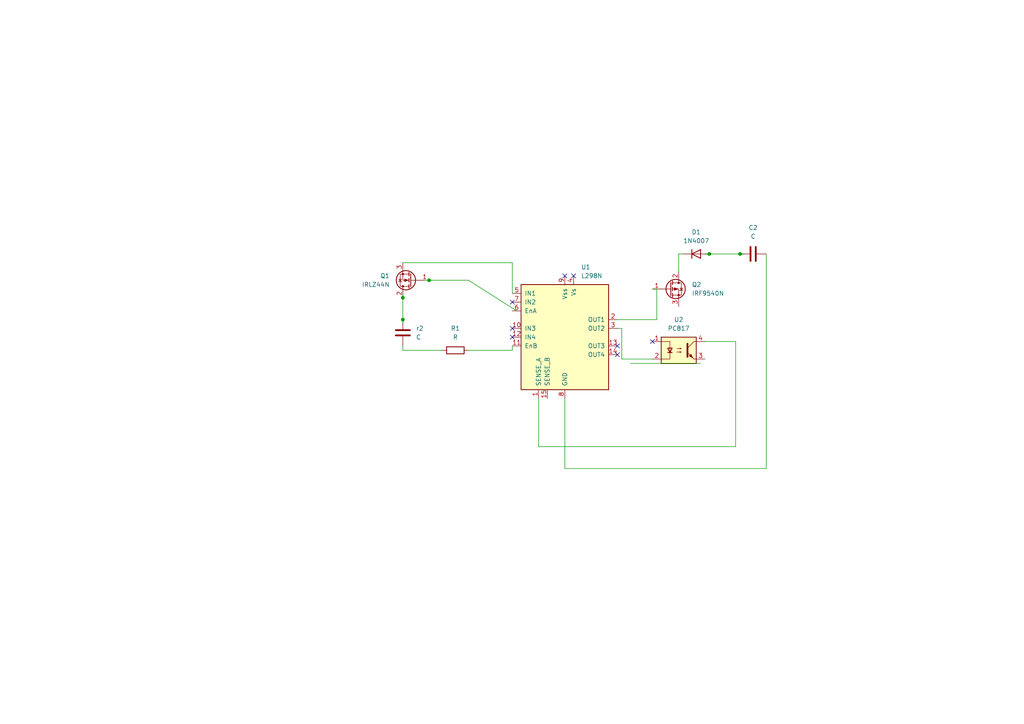
<source format=kicad_sch>
(kicad_sch (version 20250114) (generator "eeschema") (generator_version "9.0")
  (paper "A4")
  (lib_symbols
    (symbol "Device:C" (pin_numbers (hide yes)) (pin_names (offset 0.254))
      (property "Reference" "C" (at 0.635 2.54 0))
      (property "Value" "C" (at 0.635 -2.54 0))
      (symbol "C_0_1"
        (polyline (pts (xy -2.032 0.762) (xy 2.032 0.762)) (stroke (width 0.508)))
        (polyline (pts (xy -2.032 -0.762) (xy 2.032 -0.762)) (stroke (width 0.508)))
      )
      (symbol "C_1_1"
        (pin passive line (at 0 3.81 270) (length 2.794) (name "~") (number "1"))
        (pin passive line (at 0 -3.81 90) (length 2.794) (name "~") (number "2"))
      )
    )
    (symbol "Device:R" (pin_numbers (hide yes)) (pin_names (offset 0))
      (property "Reference" "R" (at 2.032 0 90))
      (property "Value" "R" (at 0 0 90))
      (symbol "R_0_1"
        (rectangle (start -1.016 -2.54) (end 1.016 2.54) (stroke (width 0.254)))
      )
      (symbol "R_1_1"
        (pin passive line (at 0 3.81 270) (length 1.27) (name "~") (number "1"))
        (pin passive line (at 0 -3.81 90) (length 1.27) (name "~") (number "2"))
      )
    )
    (symbol "Diode:1N4007" (pin_numbers (hide yes)) (pin_names (hide yes))
      (property "Reference" "D" (at 0 2.54 0))
      (property "Value" "1N4007" (at 0 -2.54 0))
      (symbol "1N4007_0_1"
        (polyline (pts (xy -1.27 1.27) (xy -1.27 -1.27)) (stroke (width 0.254)))
        (polyline (pts (xy 1.27 1.27) (xy 1.27 -1.27) (xy -1.27 0) (xy 1.27 1.27)) (stroke (width 0.254)))
        (polyline (pts (xy 1.27 0) (xy -1.27 0)))
      )
      (symbol "1N4007_1_1"
        (pin passive line (at -3.81 0 0) (length 2.54) (name "K") (number "1"))
        (pin passive line (at 3.81 0 180) (length 2.54) (name "A") (number "2"))
      )
    )
    (symbol "Driver_Motor:L298N" (pin_names (offset 1.016))
      (property "Reference" "U" (at -10.16 16.51 0))
      (property "Value" "L298N" (at 12.7 16.51 0))
      (symbol "L298N_0_1"
        (rectangle (start -12.7 15.24) (end 12.7 -15.24) (stroke (width 0.254)) (fill (type background)))
      )
      (symbol "L298N_1_1"
        (pin input line (at -15.24 12.7 0) (length 2.54) (name "IN1") (number "5"))
        (pin input line (at -15.24 10.16 0) (length 2.54) (name "IN2") (number "7"))
        (pin input line (at -15.24 7.62 0) (length 2.54) (name "EnA") (number "6"))
        (pin input line (at -15.24 2.54 0) (length 2.54) (name "IN3") (number "10"))
        (pin input line (at -15.24 0 0) (length 2.54) (name "IN4") (number "12"))
        (pin input line (at -15.24 -2.54 0) (length 2.54) (name "EnB") (number "11"))
        (pin power_in line (at -7.62 -17.78 90) (length 2.54) (name "SENSE_A") (number "1"))
        (pin power_in line (at -5.08 -17.78 90) (length 2.54) (name "SENSE_B") (number "15"))
        (pin power_in line (at 0 17.78 270) (length 2.54) (name "Vss") (number "9"))
        (pin power_in line (at 0 -17.78 90) (length 2.54) (name "GND") (number "8"))
        (pin power_in line (at 2.54 17.78 270) (length 2.54) (name "Vs") (number "4"))
        (pin output line (at 15.24 5.08 180) (length 2.54) (name "OUT1") (number "2"))
        (pin output line (at 15.24 2.54 180) (length 2.54) (name "OUT2") (number "3"))
        (pin output line (at 15.24 -2.54 180) (length 2.54) (name "OUT3") (number "13"))
        (pin output line (at 15.24 -5.08 180) (length 2.54) (name "OUT4") (number "14"))
      )
    )
    (symbol "Isolator:PC817" (pin_names (offset 1.016))
      (property "Reference" "U" (at -5.08 5.08 0))
      (property "Value" "PC817" (at 0 5.08 0))
      (symbol "PC817_0_1"
        (rectangle (start -5.08 3.81) (end 5.08 -3.81) (stroke (width 0.254)) (fill (type background)))
        (polyline (pts (xy -5.08 2.54) (xy -2.54 2.54) (xy -2.54 -0.635)))
        (polyline (pts (xy -3.175 -0.635) (xy -1.905 -0.635)) (stroke (width 0.254)))
        (polyline (pts (xy -2.54 -0.635) (xy -2.54 -2.54) (xy -5.08 -2.54)))
        (polyline (pts (xy -2.54 -0.635) (xy -3.175 0.635) (xy -1.905 0.635) (xy -2.54 -0.635)) (stroke (width 0.254)))
        (polyline (pts (xy -0.508 0.508) (xy 0.762 0.508) (xy 0.381 0.381) (xy 0.381 0.635) (xy 0.762 0.508)))
        (polyline (pts (xy -0.508 -0.508) (xy 0.762 -0.508) (xy 0.381 -0.635) (xy 0.381 -0.381) (xy 0.762 -0.508)))
        (polyline (pts (xy 2.54 1.905) (xy 2.54 -1.905) (xy 2.54 -1.905)) (stroke (width 0.508)))
        (polyline (pts (xy 2.54 0.635) (xy 4.445 2.54)))
        (polyline (pts (xy 3.048 -1.651) (xy 3.556 -1.143) (xy 4.064 -2.159) (xy 3.048 -1.651) (xy 3.048 -1.651)) (fill (type outline)))
        (polyline (pts (xy 4.445 2.54) (xy 5.08 2.54)))
        (polyline (pts (xy 4.445 -2.54) (xy 2.54 -0.635)) (fill (type outline)))
        (polyline (pts (xy 4.445 -2.54) (xy 5.08 -2.54)))
      )
      (symbol "PC817_1_1"
        (pin passive line (at -7.62 2.54 0) (length 2.54) (name "~") (number "1"))
        (pin passive line (at -7.62 -2.54 0) (length 2.54) (name "~") (number "2"))
        (pin passive line (at 7.62 2.54 180) (length 2.54) (name "~") (number "4"))
        (pin passive line (at 7.62 -2.54 180) (length 2.54) (name "~") (number "3"))
      )
    )
    (symbol "Transistor_FET:IRF9540N" (pin_names (hide yes))
      (property "Reference" "Q" (at 5.08 1.905 0))
      (property "Value" "IRF9540N" (at 5.08 0 0))
      (symbol "IRF9540N_0_1"
        (polyline (pts (xy 0.254 1.905) (xy 0.254 -1.905)) (stroke (width 0.254)))
        (polyline (pts (xy 0.254 0) (xy -2.54 0)))
        (polyline (pts (xy 0.762 2.286) (xy 0.762 1.27)) (stroke (width 0.254)))
        (polyline (pts (xy 0.762 1.778) (xy 3.302 1.778) (xy 3.302 -1.778) (xy 0.762 -1.778)))
        (polyline (pts (xy 0.762 0.508) (xy 0.762 -0.508)) (stroke (width 0.254)))
        (polyline (pts (xy 0.762 -1.27) (xy 0.762 -2.286)) (stroke (width 0.254)))
        (circle (center 1.651 0) (radius 2.794) (stroke (width 0.254)))
        (polyline (pts (xy 2.286 0) (xy 1.27 0.381) (xy 1.27 -0.381) (xy 2.286 0)) (fill (type outline)))
        (polyline (pts (xy 2.54 2.54) (xy 2.54 1.778)))
        (circle (center 2.54 1.778) (radius 0.254) (fill (type outline)))
        (circle (center 2.54 -1.778) (radius 0.254) (fill (type outline)))
        (polyline (pts (xy 2.54 -2.54) (xy 2.54 0) (xy 0.762 0)))
        (polyline (pts (xy 2.794 -0.508) (xy 2.921 -0.381) (xy 3.683 -0.381) (xy 3.81 -0.254)))
        (polyline (pts (xy 3.302 -0.381) (xy 2.921 0.254) (xy 3.683 0.254) (xy 3.302 -0.381)))
      )
      (symbol "IRF9540N_1_1"
        (pin input line (at -5.08 0 0) (length 2.54) (name "G") (number "1"))
        (pin passive line (at 2.54 5.08 270) (length 2.54) (name "D") (number "2"))
        (pin passive line (at 2.54 -5.08 90) (length 2.54) (name "S") (number "3"))
      )
    )
    (symbol "Transistor_FET:IRLZ44N" (pin_names (hide yes))
      (property "Reference" "Q" (at 5.08 1.905 0))
      (property "Value" "IRLZ44N" (at 5.08 0 0))
      (symbol "IRLZ44N_0_1"
        (polyline (pts (xy 0.254 1.905) (xy 0.254 -1.905)) (stroke (width 0.254)))
        (polyline (pts (xy 0.254 0) (xy -2.54 0)))
        (polyline (pts (xy 0.762 2.286) (xy 0.762 1.27)) (stroke (width 0.254)))
        (polyline (pts (xy 0.762 0.508) (xy 0.762 -0.508)) (stroke (width 0.254)))
        (polyline (pts (xy 0.762 -1.27) (xy 0.762 -2.286)) (stroke (width 0.254)))
        (polyline (pts (xy 0.762 -1.778) (xy 3.302 -1.778) (xy 3.302 1.778) (xy 0.762 1.778)))
        (polyline (pts (xy 1.016 0) (xy 2.032 0.381) (xy 2.032 -0.381) (xy 1.016 0)) (fill (type outline)))
        (circle (center 1.651 0) (radius 2.794) (stroke (width 0.254)))
        (polyline (pts (xy 2.54 2.54) (xy 2.54 1.778)))
        (circle (center 2.54 1.778) (radius 0.254) (fill (type outline)))
        (circle (center 2.54 -1.778) (radius 0.254) (fill (type outline)))
        (polyline (pts (xy 2.54 -2.54) (xy 2.54 0) (xy 0.762 0)))
        (polyline (pts (xy 2.794 0.508) (xy 2.921 0.381) (xy 3.683 0.381) (xy 3.81 0.254)))
        (polyline (pts (xy 3.302 0.381) (xy 2.921 -0.254) (xy 3.683 -0.254) (xy 3.302 0.381)))
      )
      (symbol "IRLZ44N_1_1"
        (pin input line (at -5.08 0 0) (length 2.54) (name "G") (number "1"))
        (pin passive line (at 2.54 5.08 270) (length 2.54) (name "D") (number "2"))
        (pin passive line (at 2.54 -5.08 90) (length 2.54) (name "S") (number "3"))
      )
    )
  )
  (junction (at 214.63 73.66))
  (junction (at 124.46 81.28))
  (junction (at 116.84 86.36))
  (junction (at 116.84 92.71))
  (junction (at 205.74 73.66))
  (no_connect (at 166.37 80.01))
  (no_connect (at 148.59 87.63))
  (no_connect (at 179.07 102.87))
  (no_connect (at 163.83 80.01))
  (no_connect (at 179.07 100.33))
  (no_connect (at 148.59 95.25))
  (no_connect (at 148.59 97.79))
  (no_connect (at 189.23 99.06))
  (wire (pts (xy 222.25 73.66) (xy 222.25 135.89)))
  (wire (pts (xy 116.84 76.2) (xy 148.59 76.2)))
  (wire (pts (xy 213.36 99.06) (xy 213.36 129.54)))
  (wire (pts (xy 123.19 81.28) (xy 124.46 81.28)))
  (wire (pts (xy 135.89 81.28) (xy 149.86 90.17)))
  (wire (pts (xy 179.07 95.25) (xy 180.34 95.25)))
  (wire (pts (xy 205.74 73.66) (xy 214.63 73.66)))
  (wire (pts (xy 182.88 105.41) (xy 203.2 105.41)))
  (wire (pts (xy 196.85 73.66) (xy 198.12 73.66)))
  (wire (pts (xy 163.83 135.89) (xy 163.83 115.57)))
  (wire (pts (xy 116.84 86.36) (xy 116.84 92.71)))
  (wire (pts (xy 148.59 101.6) (xy 148.59 100.33)))
  (wire (pts (xy 222.25 135.89) (xy 163.83 135.89)))
  (wire (pts (xy 116.84 85.09) (xy 116.84 86.36)))
  (wire (pts (xy 204.47 99.06) (xy 213.36 99.06)))
  (wire (pts (xy 204.47 73.66) (xy 205.74 73.66)))
  (wire (pts (xy 156.21 115.57) (xy 156.21 129.54)))
  (wire (pts (xy 148.59 76.2) (xy 148.59 85.09)))
  (wire (pts (xy 179.07 92.71) (xy 190.5 92.71)))
  (wire (pts (xy 180.34 95.25) (xy 180.34 104.14)))
  (wire (pts (xy 135.89 101.6) (xy 148.59 101.6)))
  (wire (pts (xy 190.5 83.82) (xy 190.5 92.71)))
  (wire (pts (xy 116.84 92.71) (xy 116.84 93.98)))
  (wire (pts (xy 214.63 73.66) (xy 215.9 73.66)))
  (wire (pts (xy 116.84 101.6) (xy 128.27 101.6)))
  (wire (pts (xy 196.85 78.74) (xy 196.85 73.66)))
  (wire (pts (xy 190.5 83.82) (xy 189.23 83.82)))
  (wire (pts (xy 124.46 81.28) (xy 135.89 81.28)))
  (wire (pts (xy 180.34 104.14) (xy 189.23 104.14)))
  (wire (pts (xy 213.36 129.54) (xy 156.21 129.54)))
  (wire (pts (xy 116.84 100.33) (xy 116.84 101.6)))
  (symbol (lib_id "Driver_Motor:L298N") (at 163.83 97.79 0) (unit 1)
    (property "Reference" "U1" (at 168.5133 77.47 0) (effects (justify left)))
    (property "Value" "L298N" (at 168.5133 80.01 0) (effects (justify left)))
    (property "Footprint" "Package_TO_SOT_THT:TO-220-15_P2.54x2.54mm_StaggerOdd_Lead4.58mm_Vertical" (effects (hide yes)))
    (property "Datasheet" "http://www.st.com/st-web-ui/static/active/en/resource/technical/document/datasheet/CD00000240.pdf" (effects (hide yes)))
    (property "Description" "Dual full bridge motor driver, up to 46V, 4A, Multiwatt15-V" (effects (hide yes)))
  )
  (symbol (lib_id "Isolator:PC817") (at 196.85 101.6 0) (unit 1)
    (property "Reference" "U2" (at 196.85 92.71 0))
    (property "Value" "PC817" (at 196.85 95.25 0))
    (property "Footprint" "Package_DIP:DIP-4_W7.62mm" (effects (hide yes)))
    (property "Datasheet" "http://www.soselectronic.cz/a_info/resource/d/pc817.pdf" (effects (hide yes)))
    (property "Description" "DC Optocoupler, Vce 35V, CTR 50-300%, DIP-4" (effects (hide yes)))
  )
  (symbol (lib_id "Device:C") (at 218.44 73.66 90) (unit 1)
    (property "Reference" "C2" (at 218.44 66.04 90))
    (property "Value" "C" (at 218.44 68.58 90))
    (property "Footprint" "Capacitor_SMD:C_0603_1608Metric_Pad1.08x0.95mm_HandSolder" (effects (hide yes)))
    (property "Description" "Unpolarized capacitor" (effects (hide yes)))
  )
  (symbol (lib_id "Diode:1N4007") (at 201.93 73.66 0) (unit 1)
    (property "Reference" "D1" (at 201.93 67.31 0))
    (property "Value" "1N4007" (at 201.93 69.85 0))
    (property "Footprint" "Diode_THT:D_DO-41_SOD81_P10.16mm_Horizontal" (effects (hide yes)))
    (property "Datasheet" "http://www.vishay.com/docs/88503/1n4001.pdf" (effects (hide yes)))
    (property "Description" "1000V 1A General Purpose Rectifier Diode, DO-41" (effects (hide yes)))
    (property "Sim.Device" "D" (effects (hide yes)))
    (property "Sim.Pins" "1=K 2=A" (effects (hide yes)))
  )
  (symbol (lib_id "Transistor_FET:IRF9540N") (at 194.31 83.82 0) (unit 1)
    (property "Reference" "Q2" (at 200.66 82.5499 0) (effects (justify left)))
    (property "Value" "IRF9540N" (at 200.66 85.0899 0) (effects (justify left)))
    (property "Footprint" "Package_TO_SOT_THT:TO-220-3_Vertical" (effects (hide yes)))
    (property "Datasheet" "http://www.irf.com/product-info/datasheets/data/irf9540n.pdf" (effects (hide yes)))
    (property "Description" "-23A Id, -100V Vds, 117mOhm Rds, P-Channel HEXFET Power MOSFET, TO-220" (effects (hide yes)))
  )
  (symbol (lib_id "Device:C") (at 116.84 96.52 180) (unit 1)
    (property "Reference" "r2" (at 120.65 95.2499 0) (effects (justify right)))
    (property "Value" "C" (at 120.65 97.7899 0) (effects (justify right)))
    (property "Footprint" "Capacitor_SMD:C_0402_1005Metric_Pad0.74x0.62mm_HandSolder" (effects (hide yes)))
    (property "Description" "Unpolarized capacitor" (effects (hide yes)))
  )
  (symbol (lib_id "Transistor_FET:IRLZ44N") (at 119.38 81.28 180) (unit 1)
    (property "Reference" "Q1" (at 113.03 80.0099 0) (effects (justify left)))
    (property "Value" "IRLZ44N" (at 113.03 82.5499 0) (effects (justify left)))
    (property "Footprint" "Package_TO_SOT_THT:TO-220-3_Vertical" (effects (hide yes)))
    (property "Datasheet" "http://www.irf.com/product-info/datasheets/data/irlz44n.pdf" (effects (hide yes)))
    (property "Description" "47A Id, 55V Vds, 22mOhm Rds Single N-Channel HEXFET Power MOSFET, TO-220AB" (effects (hide yes)))
  )
  (symbol (lib_id "Device:R") (at 132.08 101.6 90) (unit 1)
    (property "Reference" "R1" (at 132.08 95.25 90))
    (property "Value" "R" (at 132.08 97.79 90))
    (property "Footprint" "OptoDevice:R_LDR_5.1x4.3mm_P3.4mm_Vertical" (effects (hide yes)))
    (property "Description" "Resistor" (effects (hide yes)))
  )
)
</source>
